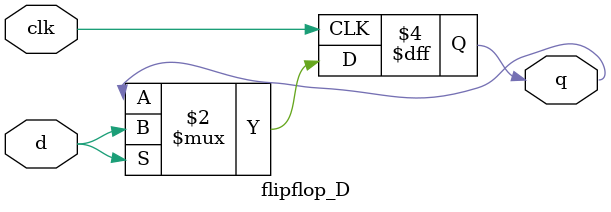
<source format=v>
module flipflop_D(input clk, input d, output reg q);

 always @(posedge clk) begin
  if(d)
   q <= d;
 end

endmodule //by: yasmin
</source>
